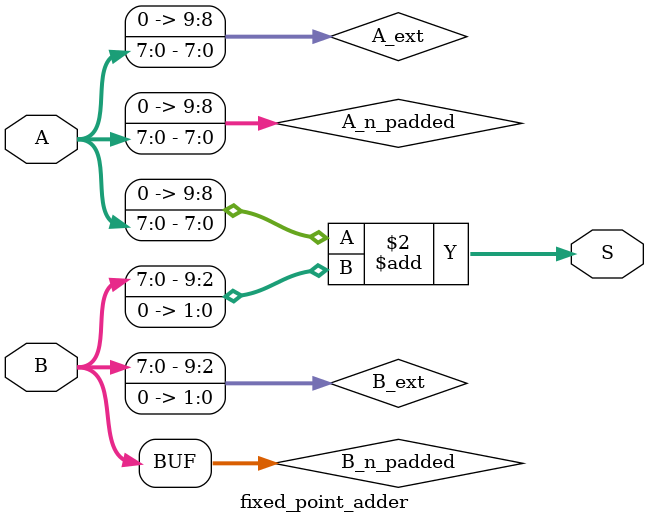
<source format=sv>
`timescale 1ns / 1ps


module fixed_point_adder#(
    parameter n1 = 3,
    parameter n2 = 5,
    parameter m1 = 5,
    parameter m2 = 3
)(
        input logic [n1+m1-1:0] A,
        input logic [n2+m2-1:0] B,
        output logic [((n1 > n2) ? n1 : n2) + ((m1 > m2) ? m1 : m2) - 1:0] S
    );
    
    logic [((n1 > n2) ? n1 : n2) + m1 - 1:0] A_n_padded;
    logic [((n1 > n2) ? n1 : n2) + m2 - 1:0] B_n_padded;
    logic [((n1 > n2) ? n1 : n2) + ((m1 > m2) ? m1 : m2) - 1:0] A_ext, B_ext;
    
    always@(*) begin
        if (n1 > n2) begin
            A_n_padded = A;
            B_n_padded = {{(n1-n2){1'b0}}, B};
        end else begin
            A_n_padded = {{(n2-n1){1'b0}}, A};
            B_n_padded = B;
            end
            
        if (m1 > m2) begin
            A_ext = A_n_padded;
            B_ext = {B_n_padded, {(m1-m2){1'b0}}};
        end else begin
            A_ext = {A_n_padded, {(m2-m1){1'b0}}};
            B_ext = B_n_padded;
            end
            
        S = A_ext + B_ext;
        
    end
endmodule

</source>
